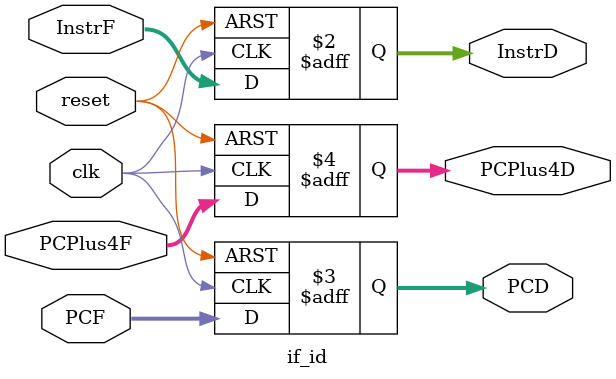
<source format=sv>
module if_id (
  
   input  logic             clk, reset,
   input logic [31:0]    InstrF,        // Input of IF/ID Instruction Register
                          PCF,         // Input of IF/ID NPC Register
						 PCPlus4F,   // Input of IF/ID for Jump target address
   output logic [31:0] InstrD,       // Output of IF/ID Instruction Register
                       PCD,        // Output of IF/ID NPC Register
					   PCPlus4D     // Output of IF/ID for Jump target address
   );
  
  always_ff @(posedge clk, posedge reset)
    if (reset) begin
		PCD <= 0;
		InstrD <=0;
		PCPlus4D <=0;
	end
	else begin
		PCD <= PCF;
		InstrD <=InstrF;
		PCPlus4D <=PCPlus4F;
	
	end
	
endmodule 
</source>
